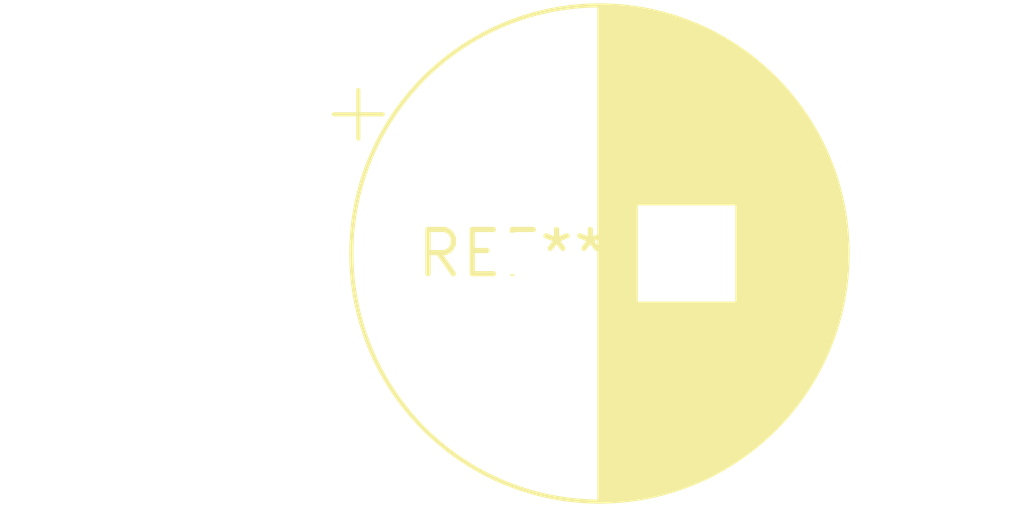
<source format=kicad_pcb>
(kicad_pcb (version 20240108) (generator pcbnew)
  (layers (0 "F.Cu" signal) (31 "B.Cu" signal) (34 "B.Paste" user) (35 "F.Paste" user) (36 "B.SilkS" user "B.Silkscreen") (37 "F.SilkS" user "F.Silkscreen") (38 "B.Mask" user) (39 "F.Mask" user) (44 "Edge.Cuts" user))
  (net 0 "")
  (footprint "CP_Radial_D14.0mm_P5.00mm" (layer "F.Cu") (at 0 0)
    (property "Reference" "REF**")
    (property "Value" "CP_Radial_D14.0mm_P5.00mm")
    (fp_line (start -5.119543 -3.995) (end -3.719543 -3.995) (layer "F.SilkS") (stroke (width 0.12)))
    (fp_line (start -4.419543 -4.695) (end -4.419543 -3.295) (layer "F.SilkS") (stroke (width 0.12)))
    (fp_line (start 2.5 -7.08) (end 2.5 7.08) (layer "F.SilkS") (stroke (width 0.12)))
    (fp_line (start 2.54 -7.08) (end 2.54 7.08) (layer "F.SilkS") (stroke (width 0.12)))
    (fp_line (start 2.58 -7.08) (end 2.58 7.08) (layer "F.SilkS") (stroke (width 0.12)))
    (fp_line (start 2.62 -7.079) (end 2.62 7.079) (layer "F.SilkS") (stroke (width 0.12)))
    (fp_line (start 2.66 -7.079) (end 2.66 7.079) (layer "F.SilkS") (stroke (width 0.12)))
    (fp_line (start 2.7 -7.078) (end 2.7 7.078) (layer "F.SilkS") (stroke (width 0.12)))
    (fp_line (start 2.74 -7.076) (end 2.74 7.076) (layer "F.SilkS") (stroke (width 0.12)))
    (fp_line (start 2.78 -7.075) (end 2.78 7.075) (layer "F.SilkS") (stroke (width 0.12)))
    (fp_line (start 2.82 -7.073) (end 2.82 7.073) (layer "F.SilkS") (stroke (width 0.12)))
    (fp_line (start 2.86 -7.071) (end 2.86 7.071) (layer "F.SilkS") (stroke (width 0.12)))
    (fp_line (start 2.9 -7.069) (end 2.9 7.069) (layer "F.SilkS") (stroke (width 0.12)))
    (fp_line (start 2.94 -7.067) (end 2.94 7.067) (layer "F.SilkS") (stroke (width 0.12)))
    (fp_line (start 2.98 -7.064) (end 2.98 7.064) (layer "F.SilkS") (stroke (width 0.12)))
    (fp_line (start 3.02 -7.061) (end 3.02 7.061) (layer "F.SilkS") (stroke (width 0.12)))
    (fp_line (start 3.06 -7.058) (end 3.06 7.058) (layer "F.SilkS") (stroke (width 0.12)))
    (fp_line (start 3.1 -7.055) (end 3.1 7.055) (layer "F.SilkS") (stroke (width 0.12)))
    (fp_line (start 3.14 -7.052) (end 3.14 7.052) (layer "F.SilkS") (stroke (width 0.12)))
    (fp_line (start 3.18 -7.048) (end 3.18 7.048) (layer "F.SilkS") (stroke (width 0.12)))
    (fp_line (start 3.221 -7.044) (end 3.221 7.044) (layer "F.SilkS") (stroke (width 0.12)))
    (fp_line (start 3.261 -7.04) (end 3.261 7.04) (layer "F.SilkS") (stroke (width 0.12)))
    (fp_line (start 3.301 -7.035) (end 3.301 7.035) (layer "F.SilkS") (stroke (width 0.12)))
    (fp_line (start 3.341 -7.031) (end 3.341 7.031) (layer "F.SilkS") (stroke (width 0.12)))
    (fp_line (start 3.381 -7.026) (end 3.381 7.026) (layer "F.SilkS") (stroke (width 0.12)))
    (fp_line (start 3.421 -7.021) (end 3.421 7.021) (layer "F.SilkS") (stroke (width 0.12)))
    (fp_line (start 3.461 -7.015) (end 3.461 7.015) (layer "F.SilkS") (stroke (width 0.12)))
    (fp_line (start 3.501 -7.01) (end 3.501 7.01) (layer "F.SilkS") (stroke (width 0.12)))
    (fp_line (start 3.541 -7.004) (end 3.541 7.004) (layer "F.SilkS") (stroke (width 0.12)))
    (fp_line (start 3.581 -6.998) (end 3.581 -1.44) (layer "F.SilkS") (stroke (width 0.12)))
    (fp_line (start 3.581 1.44) (end 3.581 6.998) (layer "F.SilkS") (stroke (width 0.12)))
    (fp_line (start 3.621 -6.992) (end 3.621 -1.44) (layer "F.SilkS") (stroke (width 0.12)))
    (fp_line (start 3.621 1.44) (end 3.621 6.992) (layer "F.SilkS") (stroke (width 0.12)))
    (fp_line (start 3.661 -6.985) (end 3.661 -1.44) (layer "F.SilkS") (stroke (width 0.12)))
    (fp_line (start 3.661 1.44) (end 3.661 6.985) (layer "F.SilkS") (stroke (width 0.12)))
    (fp_line (start 3.701 -6.979) (end 3.701 -1.44) (layer "F.SilkS") (stroke (width 0.12)))
    (fp_line (start 3.701 1.44) (end 3.701 6.979) (layer "F.SilkS") (stroke (width 0.12)))
    (fp_line (start 3.741 -6.972) (end 3.741 -1.44) (layer "F.SilkS") (stroke (width 0.12)))
    (fp_line (start 3.741 1.44) (end 3.741 6.972) (layer "F.SilkS") (stroke (width 0.12)))
    (fp_line (start 3.781 -6.964) (end 3.781 -1.44) (layer "F.SilkS") (stroke (width 0.12)))
    (fp_line (start 3.781 1.44) (end 3.781 6.964) (layer "F.SilkS") (stroke (width 0.12)))
    (fp_line (start 3.821 -6.957) (end 3.821 -1.44) (layer "F.SilkS") (stroke (width 0.12)))
    (fp_line (start 3.821 1.44) (end 3.821 6.957) (layer "F.SilkS") (stroke (width 0.12)))
    (fp_line (start 3.861 -6.949) (end 3.861 -1.44) (layer "F.SilkS") (stroke (width 0.12)))
    (fp_line (start 3.861 1.44) (end 3.861 6.949) (layer "F.SilkS") (stroke (width 0.12)))
    (fp_line (start 3.901 -6.942) (end 3.901 -1.44) (layer "F.SilkS") (stroke (width 0.12)))
    (fp_line (start 3.901 1.44) (end 3.901 6.942) (layer "F.SilkS") (stroke (width 0.12)))
    (fp_line (start 3.941 -6.933) (end 3.941 -1.44) (layer "F.SilkS") (stroke (width 0.12)))
    (fp_line (start 3.941 1.44) (end 3.941 6.933) (layer "F.SilkS") (stroke (width 0.12)))
    (fp_line (start 3.981 -6.925) (end 3.981 -1.44) (layer "F.SilkS") (stroke (width 0.12)))
    (fp_line (start 3.981 1.44) (end 3.981 6.925) (layer "F.SilkS") (stroke (width 0.12)))
    (fp_line (start 4.021 -6.916) (end 4.021 -1.44) (layer "F.SilkS") (stroke (width 0.12)))
    (fp_line (start 4.021 1.44) (end 4.021 6.916) (layer "F.SilkS") (stroke (width 0.12)))
    (fp_line (start 4.061 -6.907) (end 4.061 -1.44) (layer "F.SilkS") (stroke (width 0.12)))
    (fp_line (start 4.061 1.44) (end 4.061 6.907) (layer "F.SilkS") (stroke (width 0.12)))
    (fp_line (start 4.101 -6.898) (end 4.101 -1.44) (layer "F.SilkS") (stroke (width 0.12)))
    (fp_line (start 4.101 1.44) (end 4.101 6.898) (layer "F.SilkS") (stroke (width 0.12)))
    (fp_line (start 4.141 -6.889) (end 4.141 -1.44) (layer "F.SilkS") (stroke (width 0.12)))
    (fp_line (start 4.141 1.44) (end 4.141 6.889) (layer "F.SilkS") (stroke (width 0.12)))
    (fp_line (start 4.181 -6.879) (end 4.181 -1.44) (layer "F.SilkS") (stroke (width 0.12)))
    (fp_line (start 4.181 1.44) (end 4.181 6.879) (layer "F.SilkS") (stroke (width 0.12)))
    (fp_line (start 4.221 -6.87) (end 4.221 -1.44) (layer "F.SilkS") (stroke (width 0.12)))
    (fp_line (start 4.221 1.44) (end 4.221 6.87) (layer "F.SilkS") (stroke (width 0.12)))
    (fp_line (start 4.261 -6.86) (end 4.261 -1.44) (layer "F.SilkS") (stroke (width 0.12)))
    (fp_line (start 4.261 1.44) (end 4.261 6.86) (layer "F.SilkS") (stroke (width 0.12)))
    (fp_line (start 4.301 -6.849) (end 4.301 -1.44) (layer "F.SilkS") (stroke (width 0.12)))
    (fp_line (start 4.301 1.44) (end 4.301 6.849) (layer "F.SilkS") (stroke (width 0.12)))
    (fp_line (start 4.341 -6.839) (end 4.341 -1.44) (layer "F.SilkS") (stroke (width 0.12)))
    (fp_line (start 4.341 1.44) (end 4.341 6.839) (layer "F.SilkS") (stroke (width 0.12)))
    (fp_line (start 4.381 -6.828) (end 4.381 -1.44) (layer "F.SilkS") (stroke (width 0.12)))
    (fp_line (start 4.381 1.44) (end 4.381 6.828) (layer "F.SilkS") (stroke (width 0.12)))
    (fp_line (start 4.421 -6.817) (end 4.421 -1.44) (layer "F.SilkS") (stroke (width 0.12)))
    (fp_line (start 4.421 1.44) (end 4.421 6.817) (layer "F.SilkS") (stroke (width 0.12)))
    (fp_line (start 4.461 -6.805) (end 4.461 -1.44) (layer "F.SilkS") (stroke (width 0.12)))
    (fp_line (start 4.461 1.44) (end 4.461 6.805) (layer "F.SilkS") (stroke (width 0.12)))
    (fp_line (start 4.501 -6.794) (end 4.501 -1.44) (layer "F.SilkS") (stroke (width 0.12)))
    (fp_line (start 4.501 1.44) (end 4.501 6.794) (layer "F.SilkS") (stroke (width 0.12)))
    (fp_line (start 4.541 -6.782) (end 4.541 -1.44) (layer "F.SilkS") (stroke (width 0.12)))
    (fp_line (start 4.541 1.44) (end 4.541 6.782) (layer "F.SilkS") (stroke (width 0.12)))
    (fp_line (start 4.581 -6.77) (end 4.581 -1.44) (layer "F.SilkS") (stroke (width 0.12)))
    (fp_line (start 4.581 1.44) (end 4.581 6.77) (layer "F.SilkS") (stroke (width 0.12)))
    (fp_line (start 4.621 -6.758) (end 4.621 -1.44) (layer "F.SilkS") (stroke (width 0.12)))
    (fp_line (start 4.621 1.44) (end 4.621 6.758) (layer "F.SilkS") (stroke (width 0.12)))
    (fp_line (start 4.661 -6.745) (end 4.661 -1.44) (layer "F.SilkS") (stroke (width 0.12)))
    (fp_line (start 4.661 1.44) (end 4.661 6.745) (layer "F.SilkS") (stroke (width 0.12)))
    (fp_line (start 4.701 -6.732) (end 4.701 -1.44) (layer "F.SilkS") (stroke (width 0.12)))
    (fp_line (start 4.701 1.44) (end 4.701 6.732) (layer "F.SilkS") (stroke (width 0.12)))
    (fp_line (start 4.741 -6.719) (end 4.741 -1.44) (layer "F.SilkS") (stroke (width 0.12)))
    (fp_line (start 4.741 1.44) (end 4.741 6.719) (layer "F.SilkS") (stroke (width 0.12)))
    (fp_line (start 4.781 -6.706) (end 4.781 -1.44) (layer "F.SilkS") (stroke (width 0.12)))
    (fp_line (start 4.781 1.44) (end 4.781 6.706) (layer "F.SilkS") (stroke (width 0.12)))
    (fp_line (start 4.821 -6.692) (end 4.821 -1.44) (layer "F.SilkS") (stroke (width 0.12)))
    (fp_line (start 4.821 1.44) (end 4.821 6.692) (layer "F.SilkS") (stroke (width 0.12)))
    (fp_line (start 4.861 -6.678) (end 4.861 -1.44) (layer "F.SilkS") (stroke (width 0.12)))
    (fp_line (start 4.861 1.44) (end 4.861 6.678) (layer "F.SilkS") (stroke (width 0.12)))
    (fp_line (start 4.901 -6.664) (end 4.901 -1.44) (layer "F.SilkS") (stroke (width 0.12)))
    (fp_line (start 4.901 1.44) (end 4.901 6.664) (layer "F.SilkS") (stroke (width 0.12)))
    (fp_line (start 4.941 -6.649) (end 4.941 -1.44) (layer "F.SilkS") (stroke (width 0.12)))
    (fp_line (start 4.941 1.44) (end 4.941 6.649) (layer "F.SilkS") (stroke (width 0.12)))
    (fp_line (start 4.981 -6.635) (end 4.981 -1.44) (layer "F.SilkS") (stroke (width 0.12)))
    (fp_line (start 4.981 1.44) (end 4.981 6.635) (layer "F.SilkS") (stroke (width 0.12)))
    (fp_line (start 5.021 -6.62) (end 5.021 -1.44) (layer "F.SilkS") (stroke (width 0.12)))
    (fp_line (start 5.021 1.44) (end 5.021 6.62) (layer "F.SilkS") (stroke (width 0.12)))
    (fp_line (start 5.061 -6.604) (end 5.061 -1.44) (layer "F.SilkS") (stroke (width 0.12)))
    (fp_line (start 5.061 1.44) (end 5.061 6.604) (layer "F.SilkS") (stroke (width 0.12)))
    (fp_line (start 5.101 -6.589) (end 5.101 -1.44) (layer "F.SilkS") (stroke (width 0.12)))
    (fp_line (start 5.101 1.44) (end 5.101 6.589) (layer "F.SilkS") (stroke (width 0.12)))
    (fp_line (start 5.141 -6.573) (end 5.141 -1.44) (layer "F.SilkS") (stroke (width 0.12)))
    (fp_line (start 5.141 1.44) (end 5.141 6.573) (layer "F.SilkS") (stroke (width 0.12)))
    (fp_line (start 5.181 -6.557) (end 5.181 -1.44) (layer "F.SilkS") (stroke (width 0.12)))
    (fp_line (start 5.181 1.44) (end 5.181 6.557) (layer "F.SilkS") (stroke (width 0.12)))
    (fp_line (start 5.221 -6.54) (end 5.221 -1.44) (layer "F.SilkS") (stroke (width 0.12)))
    (fp_line (start 5.221 1.44) (end 5.221 6.54) (layer "F.SilkS") (stroke (width 0.12)))
    (fp_line (start 5.261 -6.524) (end 5.261 -1.44) (layer "F.SilkS") (stroke (width 0.12)))
    (fp_line (start 5.261 1.44) (end 5.261 6.524) (layer "F.SilkS") (stroke (width 0.12)))
    (fp_line (start 5.301 -6.507) (end 5.301 -1.44) (layer "F.SilkS") (stroke (width 0.12)))
    (fp_line (start 5.301 1.44) (end 5.301 6.507) (layer "F.SilkS") (stroke (width 0.12)))
    (fp_line (start 5.341 -6.49) (end 5.341 -1.44) (layer "F.SilkS") (stroke (width 0.12)))
    (fp_line (start 5.341 1.44) (end 5.341 6.49) (layer "F.SilkS") (stroke (width 0.12)))
    (fp_line (start 5.381 -6.472) (end 5.381 -1.44) (layer "F.SilkS") (stroke (width 0.12)))
    (fp_line (start 5.381 1.44) (end 5.381 6.472) (layer "F.SilkS") (stroke (width 0.12)))
    (fp_line (start 5.421 -6.454) (end 5.421 -1.44) (layer "F.SilkS") (stroke (width 0.12)))
    (fp_line (start 5.421 1.44) (end 5.421 6.454) (layer "F.SilkS") (stroke (width 0.12)))
    (fp_line (start 5.461 -6.436) (end 5.461 -1.44) (layer "F.SilkS") (stroke (width 0.12)))
    (fp_line (start 5.461 1.44) (end 5.461 6.436) (layer "F.SilkS") (stroke (width 0.12)))
    (fp_line (start 5.501 -6.418) (end 5.501 -1.44) (layer "F.SilkS") (stroke (width 0.12)))
    (fp_line (start 5.501 1.44) (end 5.501 6.418) (layer "F.SilkS") (stroke (width 0.12)))
    (fp_line (start 5.541 -6.399) (end 5.541 -1.44) (layer "F.SilkS") (stroke (width 0.12)))
    (fp_line (start 5.541 1.44) (end 5.541 6.399) (layer "F.SilkS") (stroke (width 0.12)))
    (fp_line (start 5.581 -6.38) (end 5.581 -1.44) (layer "F.SilkS") (stroke (width 0.12)))
    (fp_line (start 5.581 1.44) (end 5.581 6.38) (layer "F.SilkS") (stroke (width 0.12)))
    (fp_line (start 5.621 -6.36) (end 5.621 -1.44) (layer "F.SilkS") (stroke (width 0.12)))
    (fp_line (start 5.621 1.44) (end 5.621 6.36) (layer "F.SilkS") (stroke (width 0.12)))
    (fp_line (start 5.661 -6.341) (end 5.661 -1.44) (layer "F.SilkS") (stroke (width 0.12)))
    (fp_line (start 5.661 1.44) (end 5.661 6.341) (layer "F.SilkS") (stroke (width 0.12)))
    (fp_line (start 5.701 -6.321) (end 5.701 -1.44) (layer "F.SilkS") (stroke (width 0.12)))
    (fp_line (start 5.701 1.44) (end 5.701 6.321) (layer "F.SilkS") (stroke (width 0.12)))
    (fp_line (start 5.741 -6.301) (end 5.741 -1.44) (layer "F.SilkS") (stroke (width 0.12)))
    (fp_line (start 5.741 1.44) (end 5.741 6.301) (layer "F.SilkS") (stroke (width 0.12)))
    (fp_line (start 5.781 -6.28) (end 5.781 -1.44) (layer "F.SilkS") (stroke (width 0.12)))
    (fp_line (start 5.781 1.44) (end 5.781 6.28) (layer "F.SilkS") (stroke (width 0.12)))
    (fp_line (start 5.821 -6.259) (end 5.821 -1.44) (layer "F.SilkS") (stroke (width 0.12)))
    (fp_line (start 5.821 1.44) (end 5.821 6.259) (layer "F.SilkS") (stroke (width 0.12)))
    (fp_line (start 5.861 -6.238) (end 5.861 -1.44) (layer "F.SilkS") (stroke (width 0.12)))
    (fp_line (start 5.861 1.44) (end 5.861 6.238) (layer "F.SilkS") (stroke (width 0.12)))
    (fp_line (start 5.901 -6.216) (end 5.901 -1.44) (layer "F.SilkS") (stroke (width 0.12)))
    (fp_line (start 5.901 1.44) (end 5.901 6.216) (layer "F.SilkS") (stroke (width 0.12)))
    (fp_line (start 5.941 -6.194) (end 5.941 -1.44) (layer "F.SilkS") (stroke (width 0.12)))
    (fp_line (start 5.941 1.44) (end 5.941 6.194) (layer "F.SilkS") (stroke (width 0.12)))
    (fp_line (start 5.981 -6.172) (end 5.981 -1.44) (layer "F.SilkS") (stroke (width 0.12)))
    (fp_line (start 5.981 1.44) (end 5.981 6.172) (layer "F.SilkS") (stroke (width 0.12)))
    (fp_line (start 6.021 -6.15) (end 6.021 -1.44) (layer "F.SilkS") (stroke (width 0.12)))
    (fp_line (start 6.021 1.44) (end 6.021 6.15) (layer "F.SilkS") (stroke (width 0.12)))
    (fp_line (start 6.061 -6.127) (end 6.061 -1.44) (layer "F.SilkS") (stroke (width 0.12)))
    (fp_line (start 6.061 1.44) (end 6.061 6.127) (layer "F.SilkS") (stroke (width 0.12)))
    (fp_line (start 6.101 -6.103) (end 6.101 -1.44) (layer "F.SilkS") (stroke (width 0.12)))
    (fp_line (start 6.101 1.44) (end 6.101 6.103) (layer "F.SilkS") (stroke (width 0.12)))
    (fp_line (start 6.141 -6.08) (end 6.141 -1.44) (layer "F.SilkS") (stroke (width 0.12)))
    (fp_line (start 6.141 1.44) (end 6.141 6.08) (layer "F.SilkS") (stroke (width 0.12)))
    (fp_line (start 6.181 -6.056) (end 6.181 -1.44) (layer "F.SilkS") (stroke (width 0.12)))
    (fp_line (start 6.181 1.44) (end 6.181 6.056) (layer "F.SilkS") (stroke (width 0.12)))
    (fp_line (start 6.221 -6.031) (end 6.221 -1.44) (layer "F.SilkS") (stroke (width 0.12)))
    (fp_line (start 6.221 1.44) (end 6.221 6.031) (layer "F.SilkS") (stroke (width 0.12)))
    (fp_line (start 6.261 -6.007) (end 6.261 -1.44) (layer "F.SilkS") (stroke (width 0.12)))
    (fp_line (start 6.261 1.44) (end 6.261 6.007) (layer "F.SilkS") (stroke (width 0.12)))
    (fp_line (start 6.301 -5.982) (end 6.301 -1.44) (layer "F.SilkS") (stroke (width 0.12)))
    (fp_line (start 6.301 1.44) (end 6.301 5.982) (layer "F.SilkS") (stroke (width 0.12)))
    (fp_line (start 6.341 -5.956) (end 6.341 -1.44) (layer "F.SilkS") (stroke (width 0.12)))
    (fp_line (start 6.341 1.44) (end 6.341 5.956) (layer "F.SilkS") (stroke (width 0.12)))
    (fp_line (start 6.381 -5.93) (end 6.381 -1.44) (layer "F.SilkS") (stroke (width 0.12)))
    (fp_line (start 6.381 1.44) (end 6.381 5.93) (layer "F.SilkS") (stroke (width 0.12)))
    (fp_line (start 6.421 -5.904) (end 6.421 -1.44) (layer "F.SilkS") (stroke (width 0.12)))
    (fp_line (start 6.421 1.44) (end 6.421 5.904) (layer "F.SilkS") (stroke (width 0.12)))
    (fp_line (start 6.461 -5.878) (end 6.461 5.878) (layer "F.SilkS") (stroke (width 0.12)))
    (fp_line (start 6.501 -5.851) (end 6.501 5.851) (layer "F.SilkS") (stroke (width 0.12)))
    (fp_line (start 6.541 -5.823) (end 6.541 5.823) (layer "F.SilkS") (stroke (width 0.12)))
    (fp_line (start 6.581 -5.796) (end 6.581 5.796) (layer "F.SilkS") (stroke (width 0.12)))
    (fp_line (start 6.621 -5.767) (end 6.621 5.767) (layer "F.SilkS") (stroke (width 0.12)))
    (fp_line (start 6.661 -5.739) (end 6.661 5.739) (layer "F.SilkS") (stroke (width 0.12)))
    (fp_line (start 6.701 -5.71) (end 6.701 5.71) (layer "F.SilkS") (stroke (width 0.12)))
    (fp_line (start 6.741 -5.68) (end 6.741 5.68) (layer "F.SilkS") (stroke (width 0.12)))
    (fp_line (start 6.781 -5.65) (end 6.781 5.65) (layer "F.SilkS") (stroke (width 0.12)))
    (fp_line (start 6.821 -5.62) (end 6.821 5.62) (layer "F.SilkS") (stroke (width 0.12)))
    (fp_line (start 6.861 -5.589) (end 6.861 5.589) (layer "F.SilkS") (stroke (width 0.12)))
    (fp_line (start 6.901 -5.558) (end 6.901 5.558) (layer "F.SilkS") (stroke (width 0.12)))
    (fp_line (start 6.941 -5.527) (end 6.941 5.527) (layer "F.SilkS") (stroke (width 0.12)))
    (fp_line (start 6.981 -5.494) (end 6.981 5.494) (layer "F.SilkS") (stroke (width 0.12)))
    (fp_line (start 7.021 -5.462) (end 7.021 5.462) (layer "F.SilkS") (stroke (width 0.12)))
    (fp_line (start 7.061 -5.429) (end 7.061 5.429) (layer "F.SilkS") (stroke (width 0.12)))
    (fp_line (start 7.101 -5.395) (end 7.101 5.395) (layer "F.SilkS") (stroke (width 0.12)))
    (fp_line (start 7.141 -5.361) (end 7.141 5.361) (layer "F.SilkS") (stroke (width 0.12)))
    (fp_line (start 7.181 -5.326) (end 7.181 5.326) (layer "F.SilkS") (stroke (width 0.12)))
    (fp_line (start 7.221 -5.291) (end 7.221 5.291) (layer "F.SilkS") (stroke (width 0.12)))
    (fp_line (start 7.261 -5.255) (end 7.261 5.255) (layer "F.SilkS") (stroke (width 0.12)))
    (fp_line (start 7.301 -5.219) (end 7.301 5.219) (layer "F.SilkS") (stroke (width 0.12)))
    (fp_line (start 7.341 -5.182) (end 7.341 5.182) (layer "F.SilkS") (stroke (width 0.12)))
    (fp_line (start 7.381 -5.145) (end 7.381 5.145) (layer "F.SilkS") (stroke (width 0.12)))
    (fp_line (start 7.421 -5.107) (end 7.421 5.107) (layer "F.SilkS") (stroke (width 0.12)))
    (fp_line (start 7.461 -5.069) (end 7.461 5.069) (layer "F.SilkS") (stroke (width 0.12)))
    (fp_line (start 7.501 -5.029) (end 7.501 5.029) (layer "F.SilkS") (stroke (width 0.12)))
    (fp_line (start 7.541 -4.99) (end 7.541 4.99) (layer "F.SilkS") (stroke (width 0.12)))
    (fp_line (start 7.581 -4.949) (end 7.581 4.949) (layer "F.SilkS") (stroke (width 0.12)))
    (fp_line (start 7.621 -4.908) (end 7.621 4.908) (layer "F.SilkS") (stroke (width 0.12)))
    (fp_line (start 7.661 -4.866) (end 7.661 4.866) (layer "F.SilkS") (stroke (width 0.12)))
    (fp_line (start 7.701 -4.824) (end 7.701 4.824) (layer "F.SilkS") (stroke (width 0.12)))
    (fp_line (start 7.741 -4.781) (end 7.741 4.781) (layer "F.SilkS") (stroke (width 0.12)))
    (fp_line (start 7.781 -4.737) (end 7.781 4.737) (layer "F.SilkS") (stroke (width 0.12)))
    (fp_line (start 7.821 -4.693) (end 7.821 4.693) (layer "F.SilkS") (stroke (width 0.12)))
    (fp_line (start 7.861 -4.647) (end 7.861 4.647) (layer "F.SilkS") (stroke (width 0.12)))
    (fp_line (start 7.901 -4.601) (end 7.901 4.601) (layer "F.SilkS") (stroke (width 0.12)))
    (fp_line (start 7.941 -4.554) (end 7.941 4.554) (layer "F.SilkS") (stroke (width 0.12)))
    (fp_line (start 7.981 -4.506) (end 7.981 4.506) (layer "F.SilkS") (stroke (width 0.12)))
    (fp_line (start 8.021 -4.458) (end 8.021 4.458) (layer "F.SilkS") (stroke (width 0.12)))
    (fp_line (start 8.061 -4.408) (end 8.061 4.408) (layer "F.SilkS") (stroke (width 0.12)))
    (fp_line (start 8.101 -4.358) (end 8.101 4.358) (layer "F.SilkS") (stroke (width 0.12)))
    (fp_line (start 8.141 -4.306) (end 8.141 4.306) (layer "F.SilkS") (stroke (width 0.12)))
    (fp_line (start 8.181 -4.254) (end 8.181 4.254) (layer "F.SilkS") (stroke (width 0.12)))
    (fp_line (start 8.221 -4.2) (end 8.221 4.2) (layer "F.SilkS") (stroke (width 0.12)))
    (fp_line (start 8.261 -4.146) (end 8.261 4.146) (layer "F.SilkS") (stroke (width 0.12)))
    (fp_line (start 8.301 -4.09) (end 8.301 4.09) (layer "F.SilkS") (stroke (width 0.12)))
    (fp_line (start 8.341 -4.033) (end 8.341 4.033) (layer "F.SilkS") (stroke (width 0.12)))
    (fp_line (start 8.381 -3.975) (end 8.381 3.975) (layer "F.SilkS") (stroke (width 0.12)))
    (fp_line (start 8.421 -3.916) (end 8.421 3.916) (layer "F.SilkS") (stroke (width 0.12)))
    (fp_line (start 8.461 -3.856) (end 8.461 3.856) (layer "F.SilkS") (stroke (width 0.12)))
    (fp_line (start 8.501 -3.794) (end 8.501 3.794) (layer "F.SilkS") (stroke (width 0.12)))
    (fp_line (start 8.541 -3.73) (end 8.541 3.73) (layer "F.SilkS") (stroke (width 0.12)))
    (fp_line (start 8.581 -3.666) (end 8.581 3.666) (layer "F.SilkS") (stroke (width 0.12)))
    (fp_line (start 8.621 -3.599) (end 8.621 3.599) (layer "F.SilkS") (stroke (width 0.12)))
    (fp_line (start 8.661 -3.531) (end 8.661 3.531) (layer "F.SilkS") (stroke (width 0.12)))
    (fp_line (start 8.701 -3.461) (end 8.701 3.461) (layer "F.SilkS") (stroke (width 0.12)))
    (fp_line (start 8.741 -3.389) (end 8.741 3.389) (layer "F.SilkS") (stroke (width 0.12)))
    (fp_line (start 8.781 -3.315) (end 8.781 3.315) (layer "F.SilkS") (stroke (width 0.12)))
    (fp_line (start 8.821 -3.24) (end 8.821 3.24) (layer "F.SilkS") (stroke (width 0.12)))
    (fp_line (start 8.861 -3.161) (end 8.861 3.161) (layer "F.SilkS") (stroke (width 0.12)))
    (fp_line (start 8.901 -3.08) (end 8.901 3.08) (layer "F.SilkS") (stroke (width 0.12)))
    (fp_line (start 8.941 -2.997) (end 8.941 2.997) (layer "F.SilkS") (stroke (width 0.12)))
    (fp_line (start 8.981 -2.911) (end 8.981 2.911) (layer "F.SilkS") (stroke (width 0.12)))
    (fp_line (start 9.021 -2.821) (end 9.021 2.821) (layer "F.SilkS") (stroke (width 0.12)))
    (fp_line (start 9.061 -2.728) (end 9.061 2.728) (layer "F.SilkS") (stroke (width 0.12)))
    (fp_line (start 9.101 -2.632) (end 9.101 2.632) (layer "F.SilkS") (stroke (width 0.12)))
    (fp_line (start 9.141 -2.53) (end 9.141 2.53) (layer "F.SilkS") (stroke (width 0.12)))
    (fp_line (start 9.181 -2.425) (end 9.181 2.425) (layer "F.SilkS") (stroke (width 0.12)))
    (fp_line (start 9.221 -2.313) (end 9.221 2.313) (layer "F.SilkS") (stroke (width 0.12)))
    (fp_line (start 9.261 -2.196) (end 9.261 2.196) (layer "F.SilkS") (stroke (width 0.12)))
    (fp_line (start 9.301 -2.071) (end 9.301 2.071) (layer "F.SilkS") (stroke (width 0.12)))
    (fp_line (start 9.341 -1.938) (end 9.341 1.938) (layer "F.SilkS") (stroke (width 0.12)))
    (fp_line (start 9.381 -1.794) (end 9.381 1.794) (layer "F.SilkS") (stroke (width 0.12)))
    (fp_line (start 9.421 -1.636) (end 9.421 1.636) (layer "F.SilkS") (stroke (width 0.12)))
    (fp_line (start 9.461 -1.461) (end 9.461 1.461) (layer "F.SilkS") (stroke (width 0.12)))
    (fp_line (start 9.501 -1.262) (end 9.501 1.262) (layer "F.SilkS") (stroke (width 0.12)))
    (fp_line (start 9.541 -1.025) (end 9.541 1.025) (layer "F.SilkS") (stroke (width 0.12)))
    (fp_line (start 9.581 -0.714) (end 9.581 0.714) (layer "F.SilkS") (stroke (width 0.12)))
    (fp_circle (center 2.5 0) (end 9.62 0) (layer "F.SilkS") (stroke (width 0.12)) (fill none))
    (pad "1" thru_hole rect (at 0 0) (size 2.4 2.4) (drill 1.2) (layers *.Cu *.Mask) (remove_unused_layers))
    (pad "2" thru_hole circle (at 5 0) (size 2.4 2.4) (drill 1.2) (layers *.Cu *.Mask) (remove_unused_layers))
  )
)
</source>
